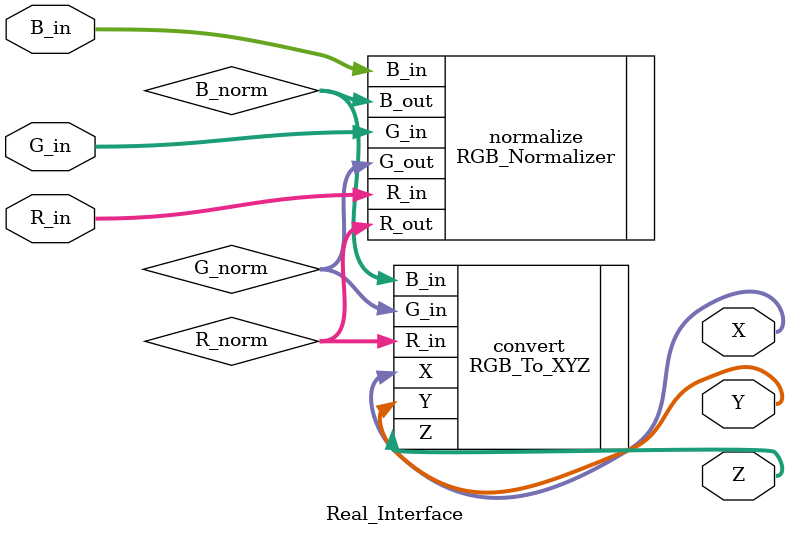
<source format=sv>
module Real_Interface(

input logic [63:0]  R_in,
input logic [63:0]  G_in,
input logic [63:0]  B_in,
output logic [63:0]  X,
output logic [63:0]  Y,
output logic [63:0]  Z

);

logic [63:0] R_norm, G_norm, B_norm;

RGB_Normalizer normalize(.R_in(R_in), .G_in(G_in), .B_in(B_in), .R_out(R_norm), .G_out(G_norm), .B_out(B_norm));
RGB_To_XYZ convert(.R_in(R_norm), .G_in(G_norm), .B_in(B_norm), .X(X), .Y(Y), .Z(Z));

endmodule 
</source>
